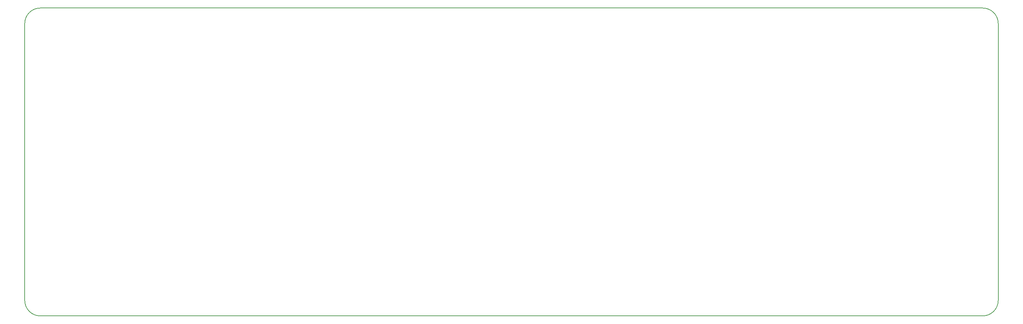
<source format=gbr>
%TF.GenerationSoftware,KiCad,Pcbnew,8.0.5*%
%TF.CreationDate,2024-10-14T19:27:37+02:00*%
%TF.ProjectId,Eightu Ortho,45696768-7475-4204-9f72-74686f2e6b69,rev?*%
%TF.SameCoordinates,Original*%
%TF.FileFunction,Profile,NP*%
%FSLAX46Y46*%
G04 Gerber Fmt 4.6, Leading zero omitted, Abs format (unit mm)*
G04 Created by KiCad (PCBNEW 8.0.5) date 2024-10-14 19:27:37*
%MOMM*%
%LPD*%
G01*
G04 APERTURE LIST*
%TA.AperFunction,Profile*%
%ADD10C,0.200000*%
%TD*%
G04 APERTURE END LIST*
D10*
X55562500Y-123031250D02*
G75*
G02*
X51562550Y-119031250I0J3999950D01*
G01*
X51562500Y-47625000D02*
X51562500Y-119031250D01*
X55562500Y-123031250D02*
X298450000Y-123031250D01*
X51562500Y-47625000D02*
G75*
G02*
X55562500Y-43625000I4000000J0D01*
G01*
X302450000Y-119031250D02*
G75*
G02*
X298450000Y-123031300I-4000100J50D01*
G01*
X298450100Y-43624950D02*
G75*
G02*
X302450150Y-47624950I-100J-4000150D01*
G01*
X302450000Y-119031250D02*
X302450100Y-47624950D01*
X298450100Y-43624950D02*
X55562500Y-43625000D01*
M02*

</source>
